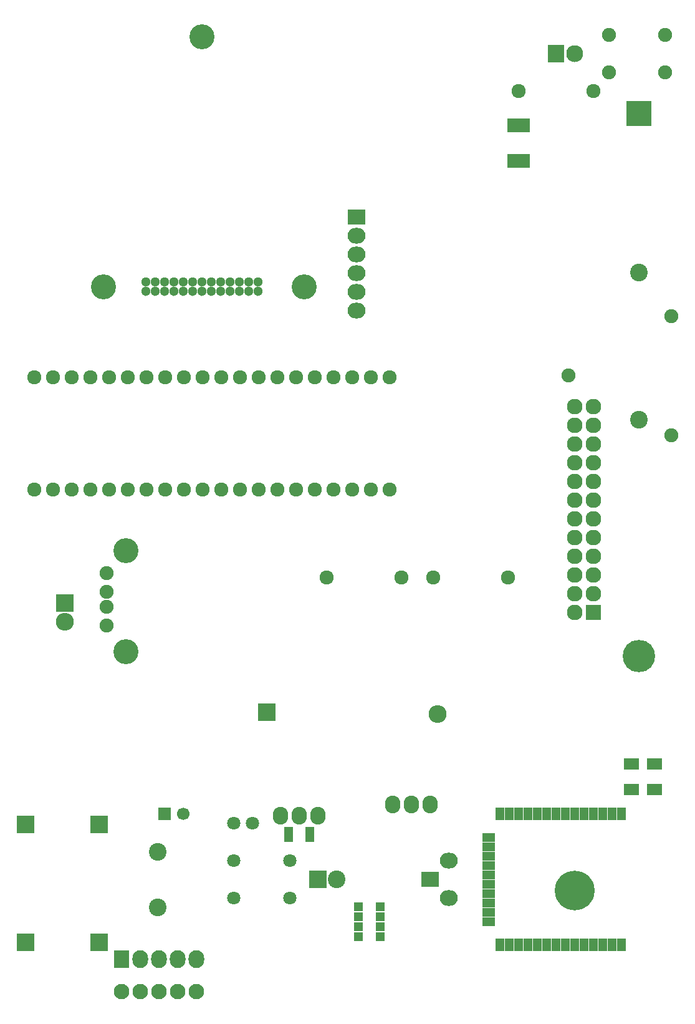
<source format=gbr>
G04 #@! TF.FileFunction,Soldermask,Top*
%FSLAX46Y46*%
G04 Gerber Fmt 4.6, Leading zero omitted, Abs format (unit mm)*
G04 Created by KiCad (PCBNEW 4.0.2+dfsg1-stable) date 2017年07月19日 12時55分51秒*
%MOMM*%
G01*
G04 APERTURE LIST*
%ADD10C,0.100000*%
%ADD11R,3.400000X3.400000*%
%ADD12O,4.400000X4.400000*%
%ADD13C,2.400000*%
%ADD14C,1.900000*%
%ADD15R,2.300000X2.400000*%
%ADD16C,2.300000*%
%ADD17R,3.100020X1.901140*%
%ADD18C,1.901140*%
%ADD19C,3.399740*%
%ADD20R,2.432000X2.127200*%
%ADD21O,2.432000X2.127200*%
%ADD22C,1.924000*%
%ADD23R,2.432000X2.432000*%
%ADD24O,2.432000X2.432000*%
%ADD25C,3.400000*%
%ADD26C,1.300000*%
%ADD27R,2.127200X2.127200*%
%ADD28O,2.127200X2.127200*%
%ADD29R,2.000000X1.600000*%
%ADD30R,1.700000X1.700000*%
%ADD31C,1.700000*%
%ADD32R,2.400000X2.400000*%
%ADD33O,2.100000X2.400000*%
%ADD34R,2.127200X2.432000*%
%ADD35O,2.127200X2.432000*%
%ADD36C,2.100000*%
%ADD37R,1.300000X2.100000*%
%ADD38C,1.797000*%
%ADD39R,1.300000X1.300000*%
%ADD40R,1.300000X1.800000*%
%ADD41R,1.800000X1.300000*%
%ADD42C,5.400000*%
G04 APERTURE END LIST*
D10*
D11*
X176443600Y-49748800D03*
D12*
X176443600Y-123408800D03*
D13*
X176443600Y-91308800D03*
X176443600Y-71308800D03*
D14*
X166843600Y-85308800D03*
X180843600Y-93408800D03*
X180843600Y-77208800D03*
D15*
X165173600Y-41620800D03*
D16*
X167713600Y-41620800D03*
D17*
X160085600Y-51344500D03*
X160085600Y-56145100D03*
D18*
X104083480Y-112131940D03*
X104083480Y-114671940D03*
X104083480Y-116703940D03*
X104083480Y-119243940D03*
D19*
X106750480Y-109083940D03*
X106750480Y-122799940D03*
D20*
X138085600Y-63744800D03*
D21*
X138085600Y-66284800D03*
X138085600Y-68824800D03*
X138085600Y-71364800D03*
X138085600Y-73904800D03*
X138085600Y-76444800D03*
D22*
X160093600Y-46700800D03*
X170253600Y-46700800D03*
X134005600Y-112744800D03*
X144165600Y-112744800D03*
X148505600Y-112744800D03*
X158665600Y-112744800D03*
D14*
X179999600Y-39080800D03*
X179999600Y-44160800D03*
X172379600Y-39080800D03*
X172379600Y-44160800D03*
D23*
X125897600Y-131028800D03*
D24*
X149085600Y-131244800D03*
D25*
X117085600Y-39344800D03*
X130985600Y-73244800D03*
X103685600Y-73244800D03*
D26*
X109465600Y-73879800D03*
X109465600Y-72609800D03*
X110735600Y-73879800D03*
X110735600Y-72609800D03*
X112005600Y-73879800D03*
X112005600Y-72609800D03*
X113275600Y-73879800D03*
X113275600Y-72609800D03*
X114545600Y-73879800D03*
X114545600Y-72609800D03*
X115815600Y-73879800D03*
X115815600Y-72609800D03*
X117085600Y-73879800D03*
X117085600Y-72609800D03*
X118355600Y-73879800D03*
X118355600Y-72609800D03*
X119625600Y-73879800D03*
X119625600Y-72609800D03*
X120895600Y-73879800D03*
X120895600Y-72609800D03*
X122165600Y-73879800D03*
X122165600Y-72609800D03*
X123435600Y-73879800D03*
X123435600Y-72609800D03*
X124705600Y-73879800D03*
X124705600Y-72609800D03*
D22*
X142545600Y-85554800D03*
X140005600Y-85554800D03*
X137465600Y-85554800D03*
X134925600Y-85554800D03*
X132385600Y-85554800D03*
X129845600Y-85554800D03*
X127305600Y-85554800D03*
X124765600Y-85554800D03*
X122225600Y-85554800D03*
X119685600Y-85554800D03*
X117145600Y-85554800D03*
X114605600Y-85554800D03*
X112065600Y-85554800D03*
X109525600Y-85554800D03*
X106985600Y-85554800D03*
X104445600Y-85554800D03*
X101905600Y-85554800D03*
X99365600Y-85554800D03*
X96825600Y-85554800D03*
X94285600Y-85554800D03*
X94285600Y-100794800D03*
X96825600Y-100794800D03*
X99365600Y-100794800D03*
X101905600Y-100794800D03*
X104445600Y-100794800D03*
X106985600Y-100794800D03*
X109525600Y-100794800D03*
X112065600Y-100794800D03*
X114605600Y-100794800D03*
X117145600Y-100794800D03*
X119685600Y-100794800D03*
X122225600Y-100794800D03*
X124765600Y-100794800D03*
X127305600Y-100794800D03*
X129845600Y-100794800D03*
X132385600Y-100794800D03*
X134925600Y-100794800D03*
X137465600Y-100794800D03*
X140005600Y-100794800D03*
X142545600Y-100794800D03*
D23*
X98465600Y-116169800D03*
D24*
X98465600Y-118709800D03*
D27*
X170220600Y-117439800D03*
D28*
X167680600Y-117439800D03*
X170220600Y-114899800D03*
X167680600Y-114899800D03*
X170220600Y-112359800D03*
X167680600Y-112359800D03*
X170220600Y-109819800D03*
X167680600Y-109819800D03*
X170220600Y-107279800D03*
X167680600Y-107279800D03*
X170220600Y-104739800D03*
X167680600Y-104739800D03*
X170220600Y-102199800D03*
X167680600Y-102199800D03*
X170220600Y-99659800D03*
X167680600Y-99659800D03*
X170220600Y-97119800D03*
X167680600Y-97119800D03*
X170220600Y-94579800D03*
X167680600Y-94579800D03*
X170220600Y-92039800D03*
X167680600Y-92039800D03*
X170220600Y-89499800D03*
X167680600Y-89499800D03*
D29*
X175370600Y-138074800D03*
X175370600Y-141474800D03*
D30*
X111997600Y-144854800D03*
D31*
X114497600Y-144854800D03*
D29*
X178545600Y-138074800D03*
X178545600Y-141474800D03*
D32*
X132825600Y-153744800D03*
D13*
X135365600Y-153744800D03*
D33*
X148065600Y-143584800D03*
X145525600Y-143584800D03*
X142985600Y-143584800D03*
X132825600Y-145108800D03*
X130285600Y-145108800D03*
X127745600Y-145108800D03*
D34*
X106155600Y-164539800D03*
D35*
X108695600Y-164539800D03*
X111235600Y-164539800D03*
X113775600Y-164539800D03*
X116315600Y-164539800D03*
D36*
X116315600Y-168984800D03*
X111235600Y-168984800D03*
X113775600Y-168984800D03*
X108695600Y-168984800D03*
X106155600Y-168984800D03*
D20*
X148065600Y-153744800D03*
D21*
X150605600Y-151204800D03*
X150605600Y-156284800D03*
D37*
X131735600Y-147648800D03*
X128835600Y-147648800D03*
D38*
X121395600Y-146124800D03*
X123935600Y-146124800D03*
D39*
X141310600Y-161459800D03*
X141310600Y-157459800D03*
X141310600Y-160119800D03*
X141310600Y-158799800D03*
X138310600Y-160119800D03*
X138310600Y-161459800D03*
X138310600Y-157459800D03*
X138310600Y-158799800D03*
D13*
X111085600Y-157544640D03*
X111085600Y-149944960D03*
D38*
X129015600Y-151204800D03*
X129015600Y-156284800D03*
X121395600Y-151204800D03*
X121395600Y-156284800D03*
D32*
X103085600Y-146244800D03*
X93085600Y-146244800D03*
X93085600Y-162244800D03*
X103085600Y-162244800D03*
D40*
X174085600Y-144854800D03*
X172815600Y-144854800D03*
X171545600Y-144854800D03*
X170275600Y-144854800D03*
X169005600Y-144854800D03*
X167735600Y-144854800D03*
X166465600Y-144854800D03*
X165195600Y-144854800D03*
X163925600Y-144854800D03*
X162655600Y-144854800D03*
X161385600Y-144854800D03*
X160115600Y-144854800D03*
X158845600Y-144854800D03*
X157575600Y-144854800D03*
D41*
X156051600Y-148029800D03*
X156051600Y-149299800D03*
X156051600Y-150569800D03*
X156051600Y-151839800D03*
X156051600Y-153109800D03*
X156051600Y-154379800D03*
X156051600Y-155649800D03*
X156051600Y-156919800D03*
X156051600Y-158189800D03*
X156051600Y-159459800D03*
D40*
X157575600Y-162634800D03*
X158845600Y-162634800D03*
X160115600Y-162634800D03*
X161385600Y-162634800D03*
X162655600Y-162634800D03*
X163925600Y-162634800D03*
X165195600Y-162634800D03*
X166465600Y-162634800D03*
X167735600Y-162634800D03*
X169005600Y-162634800D03*
X170275600Y-162634800D03*
X171545600Y-162634800D03*
X172815600Y-162634800D03*
X174085600Y-162634800D03*
D42*
X167685600Y-155214800D03*
M02*

</source>
